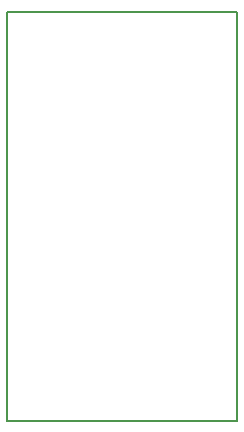
<source format=gbr>
%TF.GenerationSoftware,KiCad,Pcbnew,(6.0.7)*%
%TF.CreationDate,2023-06-01T17:44:57-07:00*%
%TF.ProjectId,connector_board,636f6e6e-6563-4746-9f72-5f626f617264,rev?*%
%TF.SameCoordinates,Original*%
%TF.FileFunction,Profile,NP*%
%FSLAX46Y46*%
G04 Gerber Fmt 4.6, Leading zero omitted, Abs format (unit mm)*
G04 Created by KiCad (PCBNEW (6.0.7)) date 2023-06-01 17:44:57*
%MOMM*%
%LPD*%
G01*
G04 APERTURE LIST*
%TA.AperFunction,Profile*%
%ADD10C,0.200000*%
%TD*%
G04 APERTURE END LIST*
D10*
X80137000Y-50600000D02*
X99600000Y-50600000D01*
X99600000Y-50600000D02*
X99600000Y-85217000D01*
X99600000Y-85217000D02*
X80137000Y-85217000D01*
X80137000Y-85217000D02*
X80137000Y-50600000D01*
M02*

</source>
